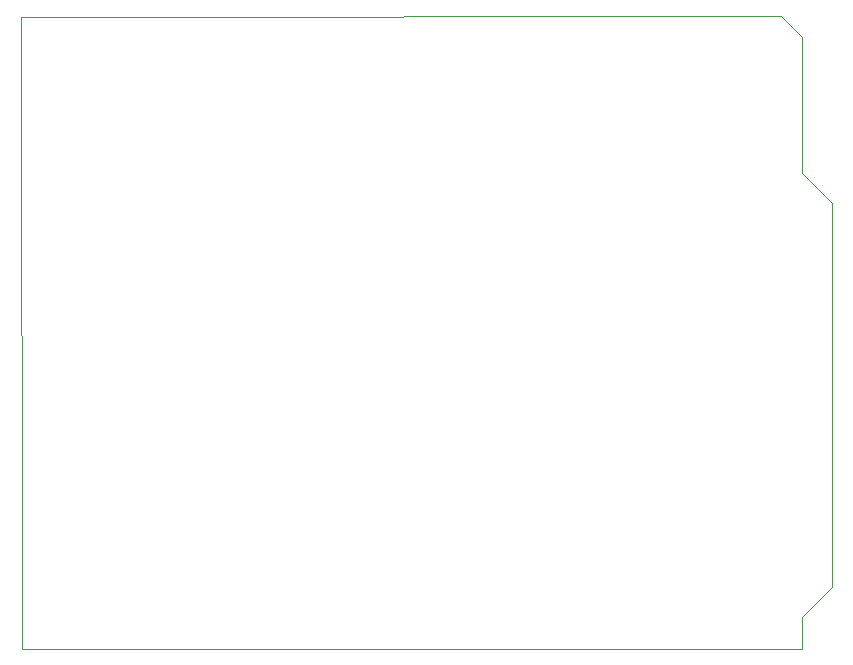
<source format=gbr>
G04 #@! TF.GenerationSoftware,KiCad,Pcbnew,(5.1.4-0-10_14)*
G04 #@! TF.CreationDate,2020-06-08T18:04:02+02:00*
G04 #@! TF.ProjectId,myShield,6d795368-6965-46c6-942e-6b696361645f,rev?*
G04 #@! TF.SameCoordinates,Original*
G04 #@! TF.FileFunction,Profile,NP*
%FSLAX46Y46*%
G04 Gerber Fmt 4.6, Leading zero omitted, Abs format (unit mm)*
G04 Created by KiCad (PCBNEW (5.1.4-0-10_14)) date 2020-06-08 18:04:02*
%MOMM*%
%LPD*%
G04 APERTURE LIST*
%ADD10C,0.050000*%
G04 APERTURE END LIST*
D10*
X103251000Y-117729000D02*
X103124000Y-64262000D01*
X169291000Y-117729000D02*
X103251000Y-117729000D01*
X169291000Y-115062000D02*
X169291000Y-117729000D01*
X171831000Y-112522000D02*
X169291000Y-115062000D01*
X171831000Y-80010000D02*
X171831000Y-112522000D01*
X169291000Y-77470000D02*
X171831000Y-80010000D01*
X169291000Y-65913000D02*
X169291000Y-77470000D01*
X167513000Y-64135000D02*
X169291000Y-65913000D01*
X103124000Y-64262000D02*
X167513000Y-64135000D01*
M02*

</source>
